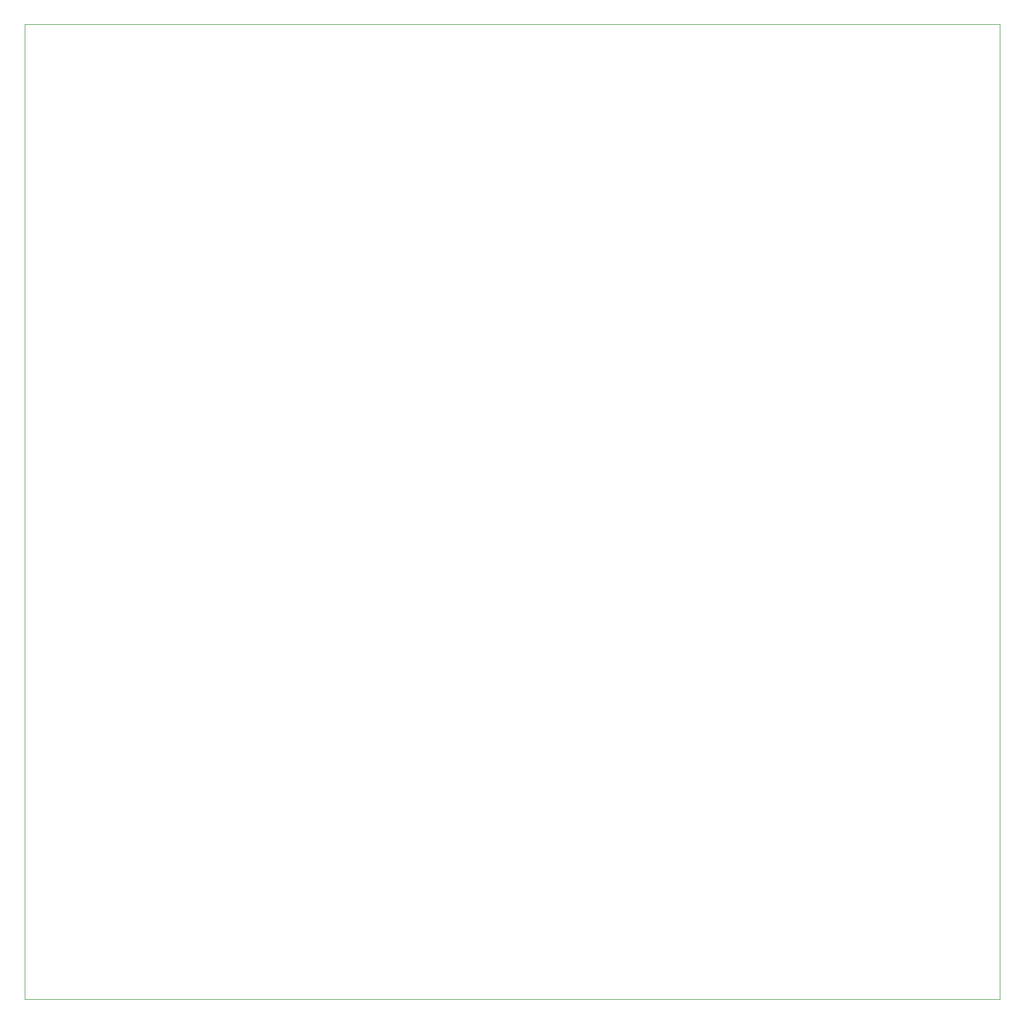
<source format=gbr>
%TF.GenerationSoftware,KiCad,Pcbnew,8.0.5*%
%TF.CreationDate,2025-06-20T11:11:49+02:00*%
%TF.ProjectId,PowerBoard,506f7765-7242-46f6-9172-642e6b696361,rev?*%
%TF.SameCoordinates,Original*%
%TF.FileFunction,Profile,NP*%
%FSLAX46Y46*%
G04 Gerber Fmt 4.6, Leading zero omitted, Abs format (unit mm)*
G04 Created by KiCad (PCBNEW 8.0.5) date 2025-06-20 11:11:49*
%MOMM*%
%LPD*%
G01*
G04 APERTURE LIST*
%TA.AperFunction,Profile*%
%ADD10C,0.100000*%
%TD*%
G04 APERTURE END LIST*
D10*
X175250000Y-18000000D02*
X25250000Y-18000000D01*
X25250000Y-18000000D02*
X25250000Y-168000000D01*
X175250000Y-168000000D02*
X175250000Y-18000000D01*
X25250000Y-168000000D02*
X175250000Y-168000000D01*
M02*

</source>
